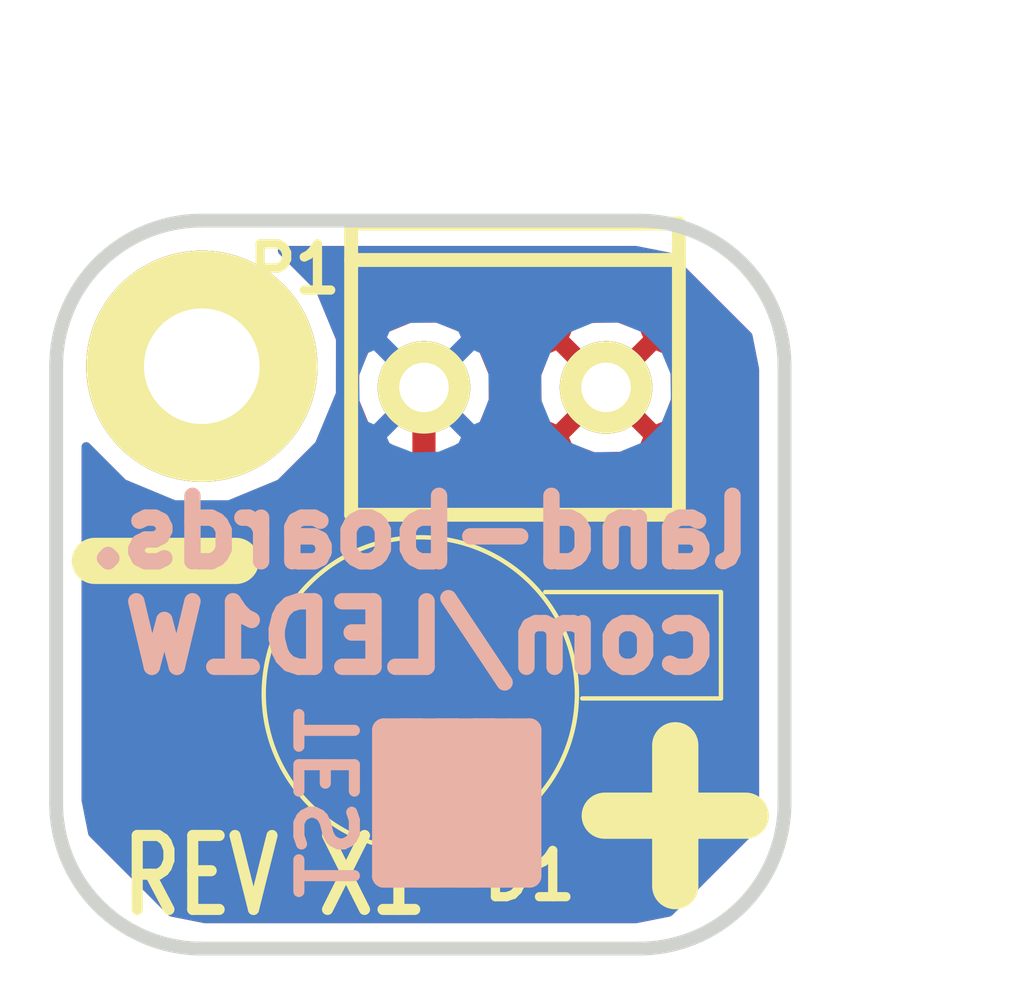
<source format=kicad_pcb>
(kicad_pcb (version 4) (host pcbnew 4.0.5)

  (general
    (links 2)
    (no_connects 0)
    (area 149.438714 74.7488 185.249888 100.971142)
    (thickness 1.6002)
    (drawings 14)
    (tracks 5)
    (zones 0)
    (modules 4)
    (nets 3)
  )

  (page A4)
  (layers
    (0 Front signal)
    (31 Back signal)
    (36 B.SilkS user)
    (37 F.SilkS user)
    (38 B.Mask user)
    (39 F.Mask user)
    (40 Dwgs.User user)
    (41 Cmts.User user)
    (44 Edge.Cuts user)
  )

  (setup
    (last_trace_width 0.635)
    (user_trace_width 0.635)
    (trace_clearance 0.254)
    (zone_clearance 0.508)
    (zone_45_only no)
    (trace_min 0.2032)
    (segment_width 0.381)
    (edge_width 0.381)
    (via_size 0.889)
    (via_drill 0.635)
    (via_min_size 0.889)
    (via_min_drill 0.508)
    (uvia_size 0.508)
    (uvia_drill 0.127)
    (uvias_allowed no)
    (uvia_min_size 0.508)
    (uvia_min_drill 0.127)
    (pcb_text_width 0.3048)
    (pcb_text_size 1.524 2.032)
    (mod_edge_width 0.381)
    (mod_text_size 1.27 1.27)
    (mod_text_width 0.254)
    (pad_size 1.6764 1.6764)
    (pad_drill 0.8128)
    (pad_to_mask_clearance 0.254)
    (aux_axis_origin 0 0)
    (visible_elements 7FFFFF7F)
    (pcbplotparams
      (layerselection 0x010f0_80000001)
      (usegerberextensions false)
      (excludeedgelayer true)
      (linewidth 0.150000)
      (plotframeref false)
      (viasonmask false)
      (mode 1)
      (useauxorigin false)
      (hpglpennumber 1)
      (hpglpenspeed 20)
      (hpglpendiameter 15)
      (hpglpenoverlay 0)
      (psnegative false)
      (psa4output false)
      (plotreference true)
      (plotvalue false)
      (plotinvisibletext false)
      (padsonsilk false)
      (subtractmaskfromsilk false)
      (outputformat 1)
      (mirror false)
      (drillshape 0)
      (scaleselection 1)
      (outputdirectory plots/))
  )

  (net 0 "")
  (net 1 /GND)
  (net 2 /VCC)

  (net_class Default "This is the default net class."
    (clearance 0.254)
    (trace_width 0.2032)
    (via_dia 0.889)
    (via_drill 0.635)
    (uvia_dia 0.508)
    (uvia_drill 0.127)
    (add_net /GND)
    (add_net /VCC)
  )

  (module TB2-5MM (layer Front) (tedit 51D73CC1) (tstamp 50D9D279)
    (at 165.1 84.582)
    (path /50D9CFE0)
    (fp_text reference P1 (at -3.5595 -3.2485) (layer F.SilkS)
      (effects (font (size 1.27 1.27) (thickness 0.254)))
    )
    (fp_text value CONN_2 (at 2 5) (layer F.SilkS) hide
      (effects (font (thickness 0.3048)))
    )
    (fp_line (start -2 -4.5) (end -2 3.5) (layer F.SilkS) (width 0.381))
    (fp_line (start 7 -4.5) (end 7 3.5) (layer F.SilkS) (width 0.381))
    (fp_line (start -2 3.5) (end 7 3.5) (layer F.SilkS) (width 0.381))
    (fp_line (start -2 -3.5) (end 7 -3.5) (layer F.SilkS) (width 0.381))
    (fp_line (start -2 -4.5) (end 7 -4.5) (layer F.SilkS) (width 0.381))
    (pad 1 thru_hole circle (at 0 0) (size 2.54 2.54) (drill 1.3589) (layers *.Cu *.Mask F.SilkS)
      (net 1 /GND))
    (pad 2 thru_hole circle (at 5 0) (size 2.54 2.54) (drill 1.3589) (layers *.Cu *.Mask F.SilkS)
      (net 2 /VCC))
  )

  (module MTG-4-40 (layer Front) (tedit 50F036E3) (tstamp 51B4F6A8)
    (at 159 84)
    (path /50D9D6EF)
    (fp_text reference MTG1 (at -6.858 -0.635) (layer F.SilkS) hide
      (effects (font (size 1.27 1.27) (thickness 0.254)))
    )
    (fp_text value CONN_1 (at 0 -5.08) (layer F.SilkS) hide
      (effects (font (thickness 0.3048)))
    )
    (pad 1 thru_hole circle (at 0 0) (size 6.35 6.35) (drill 3.175) (layers *.Cu *.Mask F.SilkS))
  )

  (module LED_1W_3W_R8 (layer Front) (tedit 58C56CB6) (tstamp 58C4B47C)
    (at 165 93 180)
    (descr https://www.gme.cz/data/attachments/dsh.518-234.1.pdf)
    (tags "LED 1W 3W 5W")
    (path /58C59484)
    (attr smd)
    (fp_text reference D1 (at -3 -5 180) (layer F.SilkS)
      (effects (font (size 1.27 1.27) (thickness 0.254)))
    )
    (fp_text value LED (at 0 5.08 180) (layer F.Fab) hide
      (effects (font (size 1 1) (thickness 0.15)))
    )
    (fp_text user %R (at 0 -2.54 180) (layer F.Fab)
      (effects (font (size 1 1) (thickness 0.15)))
    )
    (fp_line (start -2.54 0) (end -1.27 0) (layer F.Fab) (width 0.1))
    (fp_line (start -1.27 -1.27) (end -1.27 1.27) (layer F.Fab) (width 0.1))
    (fp_line (start 1.27 0) (end 2.54 0) (layer F.Fab) (width 0.1))
    (fp_line (start 1.27 1.27) (end 1.27 0) (layer F.Fab) (width 0.1))
    (fp_line (start -1.27 0) (end 1.27 1.27) (layer F.Fab) (width 0.1))
    (fp_line (start 1.27 -1.27) (end 1.27 1.27) (layer F.Fab) (width 0.1))
    (fp_line (start -1.27 0) (end 1.27 -1.27) (layer F.Fab) (width 0.1))
    (fp_arc (start 0 0) (end 4.59 0.45) (angle 131.3332206) (layer F.CrtYd) (width 0.05))
    (fp_arc (start 0 0) (end -4.59 -0.45) (angle 131.3332206) (layer F.CrtYd) (width 0.05))
    (fp_line (start 8.55 0.45) (end 4.59 0.45) (layer F.CrtYd) (width 0.05))
    (fp_line (start 8.55 -3.15) (end 8.55 0.45) (layer F.CrtYd) (width 0.05))
    (fp_line (start 3.37 -3.15) (end 8.55 -3.15) (layer F.CrtYd) (width 0.05))
    (fp_line (start -8.55 3.15) (end -3.37 3.15) (layer F.CrtYd) (width 0.05))
    (fp_line (start -8.55 -0.45) (end -8.55 3.15) (layer F.CrtYd) (width 0.05))
    (fp_line (start -4.59 -0.45) (end -8.55 -0.45) (layer F.CrtYd) (width 0.05))
    (fp_line (start -8.255 2.794) (end -3.429 2.794) (layer F.SilkS) (width 0.12))
    (fp_line (start -8.255 -0.127) (end -8.255 2.794) (layer F.SilkS) (width 0.12))
    (fp_line (start -4.445 -0.127) (end -8.255 -0.127) (layer F.SilkS) (width 0.12))
    (fp_circle (center 0 0) (end -4.3 0) (layer F.SilkS) (width 0.12))
    (fp_line (start 4.318 1.016) (end 5.334 1.016) (layer F.Fab) (width 0.1))
    (fp_line (start -5.334 -1.016) (end -4.318 -1.016) (layer F.Fab) (width 0.1))
    (fp_line (start 4.826 1.524) (end 4.826 0.508) (layer F.Fab) (width 0.1))
    (fp_circle (center 0 0) (end 4.025 0) (layer F.Fab) (width 0.1))
    (pad 2 smd rect (at 6.35 -1.35 180) (size 3.5 2.7) (layers Front F.Mask)
      (net 1 /GND))
    (pad 1 smd rect (at -6.35 1.35 180) (size 3.5 2.7) (layers Front F.Mask)
      (net 2 /VCC))
    (pad 3 smd circle (at 0 0 180) (size 5.7 5.7) (layers Front F.Mask))
    (model LEDs.3dshapes/LED_1W_3W_R8.wrl
      (at (xyz 0 0 0))
      (scale (xyz 1 1 1))
      (rotate (xyz 0 0 0))
    )
  )

  (module LandBoards_Marking:TEST_BLK-REAR (layer Front) (tedit 58C56C6F) (tstamp 58C56B88)
    (at 166 96 90)
    (path /58C5CD07)
    (fp_text reference TEST (at 0 -3.5 90) (layer B.SilkS)
      (effects (font (thickness 0.3048)) (justify mirror))
    )
    (fp_text value COUPON (at 0 4 90) (layer F.SilkS) hide
      (effects (font (thickness 0.3048)))
    )
    (fp_line (start -2 -2) (end 2 -2) (layer B.SilkS) (width 0.65))
    (fp_line (start 2 -2) (end 2 2) (layer B.SilkS) (width 0.65))
    (fp_line (start 2 2) (end -2 2) (layer B.SilkS) (width 0.65))
    (fp_line (start -2 2) (end -2 -2) (layer B.SilkS) (width 0.65))
    (fp_line (start -2 -2) (end -2 -1.5) (layer B.SilkS) (width 0.65))
    (fp_line (start -2 -1.5) (end 2 -1.5) (layer B.SilkS) (width 0.65))
    (fp_line (start 2 -1.5) (end 2 -1) (layer B.SilkS) (width 0.65))
    (fp_line (start 2 -1) (end -2 -1) (layer B.SilkS) (width 0.65))
    (fp_line (start -2 -1) (end -2 -0.5) (layer B.SilkS) (width 0.65))
    (fp_line (start -2 -0.5) (end 2 -0.5) (layer B.SilkS) (width 0.65))
    (fp_line (start 2 -0.5) (end 2 0) (layer B.SilkS) (width 0.65))
    (fp_line (start 2 0) (end -2 0) (layer B.SilkS) (width 0.65))
    (fp_line (start -2 0) (end -2 0.5) (layer B.SilkS) (width 0.65))
    (fp_line (start -2 0.5) (end 1.5 0.5) (layer B.SilkS) (width 0.65))
    (fp_line (start 1.5 0.5) (end 2 0.5) (layer B.SilkS) (width 0.65))
    (fp_line (start 2 0.5) (end 2 1) (layer B.SilkS) (width 0.65))
    (fp_line (start 2 1) (end -2 1) (layer B.SilkS) (width 0.65))
    (fp_line (start -2 1) (end -2 1.5) (layer B.SilkS) (width 0.65))
    (fp_line (start -2 1.5) (end 2 1.5) (layer B.SilkS) (width 0.65))
  )

  (dimension 20 (width 0.3048) (layer Dwgs.User)
    (gr_text "0.7874 in" (at 179.6256 90 270) (layer Dwgs.User)
      (effects (font (size 2.032 1.524) (thickness 0.3048)))
    )
    (feature1 (pts (xy 172 100) (xy 181.2512 100)))
    (feature2 (pts (xy 172 80) (xy 181.2512 80)))
    (crossbar (pts (xy 178 80) (xy 178 100)))
    (arrow1a (pts (xy 178 100) (xy 177.413579 98.873496)))
    (arrow1b (pts (xy 178 100) (xy 178.586421 98.873496)))
    (arrow2a (pts (xy 178 80) (xy 177.413579 81.126504)))
    (arrow2b (pts (xy 178 80) (xy 178.586421 81.126504)))
  )
  (dimension 20 (width 0.3048) (layer Dwgs.User)
    (gr_text "0.7874 in" (at 165 76.3744) (layer Dwgs.User)
      (effects (font (size 2.032 1.524) (thickness 0.3048)))
    )
    (feature1 (pts (xy 175 84) (xy 175 74.7488)))
    (feature2 (pts (xy 155 84) (xy 155 74.7488)))
    (crossbar (pts (xy 155 78) (xy 175 78)))
    (arrow1a (pts (xy 175 78) (xy 173.873496 78.586421)))
    (arrow1b (pts (xy 175 78) (xy 173.873496 77.413579)))
    (arrow2a (pts (xy 155 78) (xy 156.126504 78.586421)))
    (arrow2b (pts (xy 155 78) (xy 156.126504 77.413579)))
  )
  (gr_line (start 159 80) (end 171 80) (angle 90) (layer Edge.Cuts) (width 0.381))
  (gr_line (start 175 84) (end 175 96) (angle 90) (layer Edge.Cuts) (width 0.381))
  (gr_line (start 159 100) (end 171 100) (angle 90) (layer Edge.Cuts) (width 0.381))
  (gr_line (start 155 84) (end 155 96) (angle 90) (layer Edge.Cuts) (width 0.381))
  (gr_text + (at 172 96) (layer F.SilkS)
    (effects (font (size 5.08 5.08) (thickness 1.27)))
  )
  (gr_text - (at 158 89) (layer F.SilkS)
    (effects (font (size 5.08 5.08) (thickness 1.27)))
  )
  (gr_text "REV X1" (at 161 98) (layer F.SilkS)
    (effects (font (size 2.032 1.524) (thickness 0.3048)))
  )
  (gr_arc (start 159 96) (end 159 100) (angle 90) (layer Edge.Cuts) (width 0.381))
  (gr_arc (start 171 96) (end 175 96) (angle 90) (layer Edge.Cuts) (width 0.381))
  (gr_arc (start 171 84) (end 171 80) (angle 90) (layer Edge.Cuts) (width 0.381))
  (gr_arc (start 159 84) (end 155 84) (angle 90) (layer Edge.Cuts) (width 0.381))
  (gr_text "land-boards.\ncom/LED1W" (at 165 90) (layer B.SilkS)
    (effects (font (size 1.8 1.8) (thickness 0.45)) (justify mirror))
  )

  (segment (start 158.65 94.35) (end 158.65 92.35) (width 0.635) (layer Front) (net 1))
  (segment (start 158.65 92.35) (end 163 88) (width 0.635) (layer Front) (net 1) (tstamp 58C56D68))
  (segment (start 163 88) (end 164 88) (width 0.635) (layer Front) (net 1) (tstamp 58C56D69))
  (segment (start 164 88) (end 165.1 86.9) (width 0.635) (layer Front) (net 1) (tstamp 58C56D6A))
  (segment (start 165.1 86.9) (end 165.1 84.582) (width 0.635) (layer Front) (net 1) (tstamp 58C56D6B))

  (zone (net 2) (net_name /VCC) (layer Front) (tstamp 58C56E8C) (hatch edge 0.508)
    (connect_pads (clearance 0.508))
    (min_thickness 0.254)
    (fill yes (arc_segments 16) (thermal_gap 0.508) (thermal_bridge_width 0.508))
    (polygon
      (pts
        (xy 159 80) (xy 171 80) (xy 175 84) (xy 175 96) (xy 171 100)
        (xy 159 100) (xy 155 96) (xy 155 83)
      )
    )
    (filled_polygon
      (pts
        (xy 171.826459 81.006065) (xy 173.993935 83.173541) (xy 174.1745 84.081303) (xy 174.1745 95.918697) (xy 173.993935 96.826459)
        (xy 171.826459 98.993935) (xy 170.918697 99.1745) (xy 159.081303 99.1745) (xy 158.173541 98.993935) (xy 156.006065 96.826459)
        (xy 155.8255 95.918697) (xy 155.8255 93) (xy 156.25256 93) (xy 156.25256 95.7) (xy 156.296838 95.935317)
        (xy 156.43591 96.151441) (xy 156.64811 96.296431) (xy 156.9 96.34744) (xy 160.4 96.34744) (xy 160.635317 96.303162)
        (xy 160.851441 96.16409) (xy 160.996431 95.95189) (xy 161.04744 95.7) (xy 161.04744 93.690168) (xy 161.514397 93.690168)
        (xy 162.043838 94.971515) (xy 163.023329 95.952716) (xy 164.303749 96.484394) (xy 165.690168 96.485603) (xy 166.971515 95.956162)
        (xy 167.952716 94.976671) (xy 168.484394 93.696251) (xy 168.485603 92.309832) (xy 168.331036 91.93575) (xy 168.965 91.93575)
        (xy 168.965 93.12631) (xy 169.061673 93.359699) (xy 169.240302 93.538327) (xy 169.473691 93.635) (xy 171.06425 93.635)
        (xy 171.223 93.47625) (xy 171.223 91.777) (xy 171.477 91.777) (xy 171.477 93.47625) (xy 171.63575 93.635)
        (xy 173.226309 93.635) (xy 173.459698 93.538327) (xy 173.638327 93.359699) (xy 173.735 93.12631) (xy 173.735 91.93575)
        (xy 173.57625 91.777) (xy 171.477 91.777) (xy 171.223 91.777) (xy 169.12375 91.777) (xy 168.965 91.93575)
        (xy 168.331036 91.93575) (xy 167.956162 91.028485) (xy 167.102857 90.17369) (xy 168.965 90.17369) (xy 168.965 91.36425)
        (xy 169.12375 91.523) (xy 171.223 91.523) (xy 171.223 89.82375) (xy 171.477 89.82375) (xy 171.477 91.523)
        (xy 173.57625 91.523) (xy 173.735 91.36425) (xy 173.735 90.17369) (xy 173.638327 89.940301) (xy 173.459698 89.761673)
        (xy 173.226309 89.665) (xy 171.63575 89.665) (xy 171.477 89.82375) (xy 171.223 89.82375) (xy 171.06425 89.665)
        (xy 169.473691 89.665) (xy 169.240302 89.761673) (xy 169.061673 89.940301) (xy 168.965 90.17369) (xy 167.102857 90.17369)
        (xy 166.976671 90.047284) (xy 165.696251 89.515606) (xy 164.309832 89.514397) (xy 163.028485 90.043838) (xy 162.047284 91.023329)
        (xy 161.515606 92.303749) (xy 161.514397 93.690168) (xy 161.04744 93.690168) (xy 161.04744 93) (xy 161.003162 92.764683)
        (xy 160.86409 92.548559) (xy 160.65189 92.403569) (xy 160.4 92.35256) (xy 159.994478 92.35256) (xy 163.394538 88.9525)
        (xy 164 88.9525) (xy 164.364506 88.879995) (xy 164.673519 88.673519) (xy 165.773519 87.573519) (xy 165.979995 87.264506)
        (xy 166.0525 86.9) (xy 166.0525 86.249648) (xy 166.177686 86.197922) (xy 166.446299 85.929777) (xy 168.931828 85.929777)
        (xy 169.06352 86.224657) (xy 169.771036 86.496261) (xy 170.528632 86.476436) (xy 171.13648 86.224657) (xy 171.268172 85.929777)
        (xy 170.1 84.761605) (xy 168.931828 85.929777) (xy 166.446299 85.929777) (xy 166.714039 85.662505) (xy 167.004668 84.96259)
        (xy 167.005287 84.253036) (xy 168.185739 84.253036) (xy 168.205564 85.010632) (xy 168.457343 85.61848) (xy 168.752223 85.750172)
        (xy 169.920395 84.582) (xy 170.279605 84.582) (xy 171.447777 85.750172) (xy 171.742657 85.61848) (xy 172.014261 84.910964)
        (xy 171.994436 84.153368) (xy 171.742657 83.54552) (xy 171.447777 83.413828) (xy 170.279605 84.582) (xy 169.920395 84.582)
        (xy 168.752223 83.413828) (xy 168.457343 83.54552) (xy 168.185739 84.253036) (xy 167.005287 84.253036) (xy 167.00533 84.204735)
        (xy 166.715922 83.504314) (xy 166.446303 83.234223) (xy 168.931828 83.234223) (xy 170.1 84.402395) (xy 171.268172 83.234223)
        (xy 171.13648 82.939343) (xy 170.428964 82.667739) (xy 169.671368 82.687564) (xy 169.06352 82.939343) (xy 168.931828 83.234223)
        (xy 166.446303 83.234223) (xy 166.180505 82.967961) (xy 165.48059 82.677332) (xy 164.722735 82.67667) (xy 164.022314 82.966078)
        (xy 163.485961 83.501495) (xy 163.195332 84.20141) (xy 163.19467 84.959265) (xy 163.484078 85.659686) (xy 164.019495 86.196039)
        (xy 164.1475 86.249191) (xy 164.1475 86.505462) (xy 163.605462 87.0475) (xy 163 87.0475) (xy 162.635494 87.120005)
        (xy 162.326481 87.326481) (xy 157.976481 91.676481) (xy 157.770005 91.985494) (xy 157.6975 92.35) (xy 157.6975 92.35256)
        (xy 156.9 92.35256) (xy 156.664683 92.396838) (xy 156.448559 92.53591) (xy 156.303569 92.74811) (xy 156.25256 93)
        (xy 155.8255 93) (xy 155.8255 86.212816) (xy 156.838991 87.228077) (xy 158.238819 87.809337) (xy 159.754531 87.81066)
        (xy 161.155372 87.231844) (xy 162.228077 86.161009) (xy 162.809337 84.761181) (xy 162.81066 83.245469) (xy 162.231844 81.844628)
        (xy 161.214493 80.8255) (xy 170.918697 80.8255)
      )
    )
  )
  (zone (net 1) (net_name /GND) (layer Back) (tstamp 58C56EB1) (hatch edge 0.508)
    (connect_pads (clearance 0.508))
    (min_thickness 0.254)
    (fill yes (arc_segments 16) (thermal_gap 0.508) (thermal_bridge_width 0.508))
    (polygon
      (pts
        (xy 171 80) (xy 175 84) (xy 175 96) (xy 171 100) (xy 159 100)
        (xy 155 96) (xy 155 83) (xy 159 80)
      )
    )
    (filled_polygon
      (pts
        (xy 171.826459 81.006065) (xy 173.993935 83.173541) (xy 174.1745 84.081303) (xy 174.1745 95.918697) (xy 173.993935 96.826459)
        (xy 171.826459 98.993935) (xy 170.918697 99.1745) (xy 159.081303 99.1745) (xy 158.173541 98.993935) (xy 156.006065 96.826459)
        (xy 155.8255 95.918697) (xy 155.8255 86.212816) (xy 156.838991 87.228077) (xy 158.238819 87.809337) (xy 159.754531 87.81066)
        (xy 161.155372 87.231844) (xy 162.228077 86.161009) (xy 162.324093 85.929777) (xy 163.931828 85.929777) (xy 164.06352 86.224657)
        (xy 164.771036 86.496261) (xy 165.528632 86.476436) (xy 166.13648 86.224657) (xy 166.268172 85.929777) (xy 165.1 84.761605)
        (xy 163.931828 85.929777) (xy 162.324093 85.929777) (xy 162.809337 84.761181) (xy 162.80978 84.253036) (xy 163.185739 84.253036)
        (xy 163.205564 85.010632) (xy 163.457343 85.61848) (xy 163.752223 85.750172) (xy 164.920395 84.582) (xy 165.279605 84.582)
        (xy 166.447777 85.750172) (xy 166.742657 85.61848) (xy 166.995719 84.959265) (xy 168.19467 84.959265) (xy 168.484078 85.659686)
        (xy 169.019495 86.196039) (xy 169.71941 86.486668) (xy 170.477265 86.48733) (xy 171.177686 86.197922) (xy 171.714039 85.662505)
        (xy 172.004668 84.96259) (xy 172.00533 84.204735) (xy 171.715922 83.504314) (xy 171.180505 82.967961) (xy 170.48059 82.677332)
        (xy 169.722735 82.67667) (xy 169.022314 82.966078) (xy 168.485961 83.501495) (xy 168.195332 84.20141) (xy 168.19467 84.959265)
        (xy 166.995719 84.959265) (xy 167.014261 84.910964) (xy 166.994436 84.153368) (xy 166.742657 83.54552) (xy 166.447777 83.413828)
        (xy 165.279605 84.582) (xy 164.920395 84.582) (xy 163.752223 83.413828) (xy 163.457343 83.54552) (xy 163.185739 84.253036)
        (xy 162.80978 84.253036) (xy 162.81066 83.245469) (xy 162.806014 83.234223) (xy 163.931828 83.234223) (xy 165.1 84.402395)
        (xy 166.268172 83.234223) (xy 166.13648 82.939343) (xy 165.428964 82.667739) (xy 164.671368 82.687564) (xy 164.06352 82.939343)
        (xy 163.931828 83.234223) (xy 162.806014 83.234223) (xy 162.231844 81.844628) (xy 161.214493 80.8255) (xy 170.918697 80.8255)
      )
    )
  )
)

</source>
